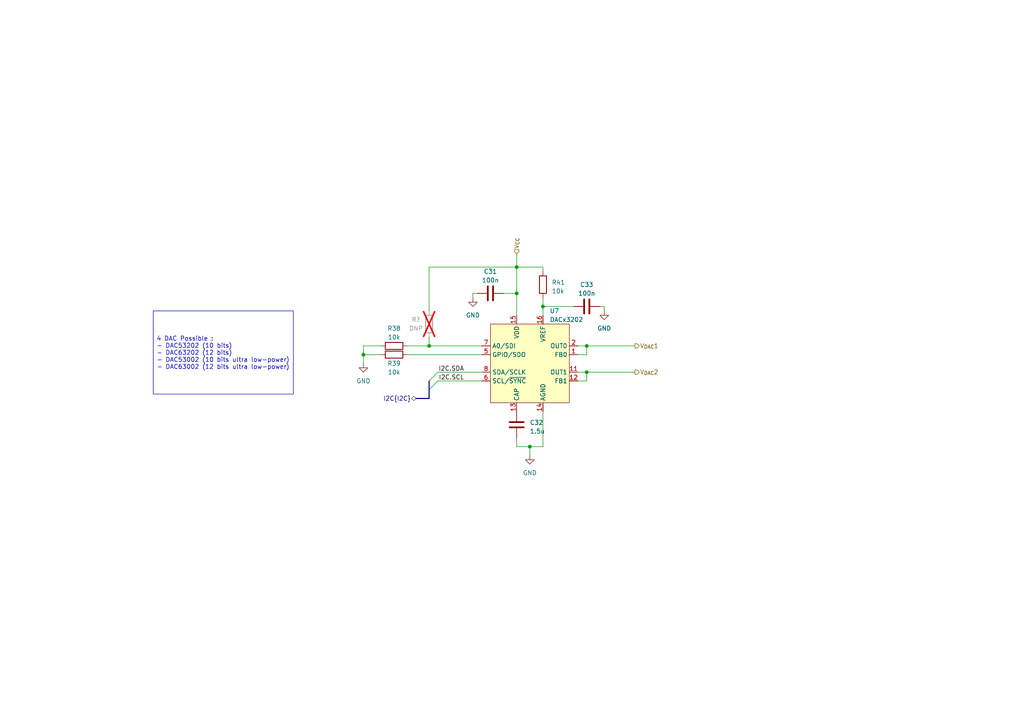
<source format=kicad_sch>
(kicad_sch (version 20230121) (generator eeschema)
  (paper "A4")
  (lib_symbols
    (symbol "Device:C" (pin_numbers hide) (pin_names (offset 0.254))
      (property "Reference" "C" (at 0.635 2.54 0))
      (property "Value" "C" (at 0.635 -2.54 0))
      (symbol "C_0_1"
        (polyline (pts (xy -2.032 -0.762) (xy 2.032 -0.762)) (stroke (width 0.508)))
        (polyline (pts (xy -2.032 0.762) (xy 2.032 0.762)) (stroke (width 0.508)))
      )
      (symbol "C_1_1"
        (pin passive line (at 0 3.81 270) (length 2.794) (name "~") (number "1"))
        (pin passive line (at 0 -3.81 90) (length 2.794) (name "~") (number "2"))
      )
    )
    (symbol "Device:R" (pin_numbers hide) (pin_names (offset 0))
      (property "Reference" "R" (at 2.032 0 90))
      (property "Value" "R" (at 0 0 90))
      (symbol "R_0_1"
        (rectangle (start -1.016 -2.54) (end 1.016 2.54) (stroke (width 0.254)))
      )
      (symbol "R_1_1"
        (pin passive line (at 0 3.81 270) (length 1.27) (name "~") (number "1"))
        (pin passive line (at 0 -3.81 90) (length 1.27) (name "~") (number "2"))
      )
    )
    (symbol "TattooSupplyLib:DACx3202"
      (property "Reference" "U" (at 0 29.21 0))
      (property "Value" "DACx3202" (at 0 26.67 0))
      (symbol "DACx3202_0_0"
        (pin input line (at 13.97 2.54 180) (length 2.54) (name "FB0") (number "1"))
        (pin output line (at 13.97 -2.54 180) (length 2.54) (name "OUT1") (number "11"))
        (pin input line (at 13.97 -5.08 180) (length 2.54) (name "FB1") (number "12"))
        (pin power_out line (at -3.81 -13.97 90) (length 2.54) (name "CAP") (number "13"))
        (pin power_in line (at 3.81 -13.97 90) (length 2.54) (name "AGND") (number "14"))
        (pin power_in line (at -3.81 13.97 270) (length 2.54) (name "VDD") (number "15"))
        (pin input line (at 3.81 13.97 270) (length 2.54) (name "VREF") (number "16"))
        (pin power_in line (at 3.81 -13.97 90) (length 2.54) hide (name "AGND") (number "17"))
        (pin output line (at 13.97 5.08 180) (length 2.54) (name "OUT0") (number "2"))
        (pin bidirectional line (at -13.97 2.54 0) (length 2.54) (name "GPIO/SDO") (number "5"))
        (pin bidirectional line (at -13.97 -5.08 0) (length 2.54) (name "SCL/~{SYNC}") (number "6"))
        (pin input line (at -13.97 5.08 0) (length 2.54) (name "A0/SDI") (number "7"))
        (pin input line (at -13.97 -2.54 0) (length 2.54) (name "SDA/SCLK") (number "8"))
      )
      (symbol "DACx3202_0_1"
        (rectangle (start -11.43 11.43) (end 11.43 -11.43) (fill (type background)))
      )
    )
    (symbol "power:GND" (power) (pin_names (offset 0))
      (property "Value" "GND" (at 0 -3.81 0))
      (symbol "GND_0_1"
        (polyline (pts (xy 0 0) (xy 0 -1.27) (xy 1.27 -1.27) (xy 0 -2.54) (xy -1.27 -1.27) (xy 0 -1.27)))
      )
      (symbol "GND_1_1"
        (pin power_in line (at 0 0 270) (length 0) hide (name "GND") (number "1"))
      )
    )
  )
  (junction (at 170.18 100.33))
  (junction (at 170.18 107.95))
  (junction (at 153.67 129.54))
  (junction (at 149.86 85.09))
  (junction (at 157.48 88.9))
  (junction (at 105.41 102.87))
  (junction (at 149.86 77.47))
  (junction (at 124.46 100.33))
  (bus_entry (at 124.46 113.03) (size 2.54 -2.54))
  (bus_entry (at 124.46 110.49) (size 2.54 -2.54))
  (wire (pts (xy 149.86 85.09) (xy 149.86 91.44)))
  (wire (pts (xy 118.11 100.33) (xy 124.46 100.33)))
  (wire (pts (xy 124.46 100.33) (xy 139.7 100.33)))
  (bus (pts (xy 124.46 110.49) (xy 124.46 113.03)))
  (wire (pts (xy 124.46 90.17) (xy 124.46 77.47)))
  (wire (pts (xy 127 110.49) (xy 139.7 110.49)))
  (wire (pts (xy 157.48 88.9) (xy 157.48 91.44)))
  (bus (pts (xy 124.46 113.03) (xy 124.46 115.57)))
  (wire (pts (xy 124.46 77.47) (xy 149.86 77.47)))
  (wire (pts (xy 149.86 77.47) (xy 149.86 85.09)))
  (wire (pts (xy 157.48 77.47) (xy 149.86 77.47)))
  (wire (pts (xy 137.16 86.36) (xy 137.16 85.09)))
  (wire (pts (xy 170.18 100.33) (xy 184.15 100.33)))
  (wire (pts (xy 149.86 73.66) (xy 149.86 77.47)))
  (wire (pts (xy 167.64 102.87) (xy 170.18 102.87)))
  (wire (pts (xy 153.67 129.54) (xy 153.67 132.08)))
  (wire (pts (xy 175.26 88.9) (xy 175.26 90.17)))
  (wire (pts (xy 137.16 85.09) (xy 138.43 85.09)))
  (wire (pts (xy 146.05 85.09) (xy 149.86 85.09)))
  (wire (pts (xy 105.41 102.87) (xy 110.49 102.87)))
  (wire (pts (xy 149.86 129.54) (xy 153.67 129.54)))
  (wire (pts (xy 167.64 100.33) (xy 170.18 100.33)))
  (wire (pts (xy 105.41 105.41) (xy 105.41 102.87)))
  (wire (pts (xy 118.11 102.87) (xy 139.7 102.87)))
  (wire (pts (xy 170.18 110.49) (xy 170.18 107.95)))
  (wire (pts (xy 149.86 127) (xy 149.86 129.54)))
  (wire (pts (xy 157.48 119.38) (xy 157.48 129.54)))
  (wire (pts (xy 127 107.95) (xy 139.7 107.95)))
  (wire (pts (xy 170.18 107.95) (xy 184.15 107.95)))
  (wire (pts (xy 105.41 100.33) (xy 110.49 100.33)))
  (wire (pts (xy 124.46 97.79) (xy 124.46 100.33)))
  (wire (pts (xy 105.41 102.87) (xy 105.41 100.33)))
  (wire (pts (xy 167.64 110.49) (xy 170.18 110.49)))
  (wire (pts (xy 173.99 88.9) (xy 175.26 88.9)))
  (bus (pts (xy 120.65 115.57) (xy 124.46 115.57)))
  (wire (pts (xy 157.48 78.74) (xy 157.48 77.47)))
  (wire (pts (xy 170.18 102.87) (xy 170.18 100.33)))
  (wire (pts (xy 167.64 107.95) (xy 170.18 107.95)))
  (wire (pts (xy 153.67 129.54) (xy 157.48 129.54)))
  (wire (pts (xy 157.48 88.9) (xy 166.37 88.9)))
  (wire (pts (xy 157.48 86.36) (xy 157.48 88.9)))
  (text_box "4 DAC Possible :\n- DAC53202 (10 bits)\n- DAC63202 (12 bits)\n- DAC53002 (10 bits ultra low-power)\n- DAC63002 (12 bits ultra low-power)" (at 44.45 90.17 0) (size 40.64 24.13) (effects (font (size 1.27 1.27)) (justify left)))
  (label "I2C.SCL" (at 134.62 110.49 180))
  (label "I2C.SDA" (at 134.62 107.95 180))
  (hierarchical_label "V_{DAC}2" (shape output) (at 184.15 107.95 0))
  (hierarchical_label "V_{CC}" (shape input) (at 149.86 73.66 90))
  (hierarchical_label "I2C{I2C}" (shape bidirectional) (at 120.65 115.57 180))
  (hierarchical_label "V_{DAC}1" (shape output) (at 184.15 100.33 0))
  (symbol (lib_id "power:GND") (at 137.16 86.36 0) (unit 1)
    (property "Reference" "#PWR065" (effects hide))
    (property "Value" "GND" (at 137.16 91.44 0))
  )
  (symbol (lib_id "Device:R") (at 114.3 102.87 90) (unit 1)
    (property "Reference" "R39" (at 114.3 105.41 90))
    (property "Value" "10k" (at 114.3 107.95 90))
    (property "Footprint" "Resistor_SMD:R_0603_1608Metric" (effects hide))
    (property "MPN" "ERJ-3EKF1002V" (effects hide))
    (property "Manufacturer" "Panasonic" (effects hide))
  )
  (symbol (lib_id "Device:R") (at 124.46 93.98 180) (unit 1) (dnp yes)
    (property "Reference" "R?" (at 120.65 92.71 0))
    (property "Value" "DNP" (at 120.65 95.25 0))
    (property "Footprint" "Resistor_SMD:R_0603_1608Metric" (effects hide))
    (instances (project "Tattoo_Supply" (path "" (reference "R?") (unit 1)) (path "" (reference "R40") (unit 1))))
  )
  (symbol (lib_id "Device:R") (at 114.3 100.33 270) (unit 1)
    (property "Reference" "R38" (at 114.3 95.25 90))
    (property "Value" "10k" (at 114.3 97.79 90))
    (property "Footprint" "Resistor_SMD:R_0603_1608Metric" (effects hide))
    (property "MPN" "ERJ-3EKF1002V" (effects hide))
    (property "Manufacturer" "Panasonic" (effects hide))
  )
  (symbol (lib_id "Device:C") (at 142.24 85.09 90) (unit 1)
    (property "Reference" "C31" (at 142.24 78.74 90))
    (property "Value" "100n" (at 142.24 81.28 90))
    (property "Footprint" "Capacitor_SMD:C_0603_1608Metric" (effects hide))
    (property "MPN" "CGA3E2X7R1H104M080AA " (effects hide))
    (property "Manufacturer" "TDK" (effects hide))
  )
  (symbol (lib_id "power:GND") (at 105.41 105.41 0) (unit 1)
    (property "Reference" "#PWR064" (effects hide))
    (property "Value" "GND" (at 105.41 110.49 0))
  )
  (symbol (lib_id "Device:C") (at 149.86 123.19 0) (unit 1)
    (property "Reference" "C32" (at 153.67 122.555 0) (effects (justify left)))
    (property "Value" "1.5u" (at 153.67 125.095 0) (effects (justify left)))
    (property "Footprint" "Capacitor_SMD:C_0603_1608Metric" (effects hide))
    (property "MPN" "C1608X7R1A155K080AC" (effects hide))
    (property "Manufacturer" "TDK" (effects hide))
  )
  (symbol (lib_id "power:GND") (at 175.26 90.17 0) (unit 1)
    (property "Reference" "#PWR067" (effects hide))
    (property "Value" "GND" (at 175.26 95.25 0))
  )
  (symbol (lib_id "Device:R") (at 157.48 82.55 180) (unit 1)
    (property "Reference" "R41" (at 160.02 81.915 0) (effects (justify right)))
    (property "Value" "10k" (at 160.02 84.455 0) (effects (justify right)))
    (property "Footprint" "Resistor_SMD:R_0603_1608Metric" (effects hide))
    (property "MPN" "ERJ-3EKF1002V" (effects hide))
    (property "Manufacturer" "Panasonic" (effects hide))
  )
  (symbol (lib_id "TattooSupplyLib:DACx3202") (at 153.67 105.41 0) (unit 1)
    (property "Reference" "U7" (at 159.4359 90.17 0) (effects (justify left)))
    (property "Value" "DACx3202" (at 159.4359 92.71 0) (effects (justify left)))
    (property "Footprint" "Package_DFN_QFN:WQFN-16-1EP_3x3mm_P0.5mm_EP1.68x1.68mm" (effects hide))
    (property "MPN" "DAC63202RTER" (effects hide))
    (property "Manufacturer" "Texas Instruments" (effects hide))
  )
  (symbol (lib_id "power:GND") (at 153.67 132.08 0) (unit 1)
    (property "Reference" "#PWR066" (effects hide))
    (property "Value" "GND" (at 153.67 137.16 0))
  )
  (symbol (lib_id "Device:C") (at 170.18 88.9 90) (unit 1)
    (property "Reference" "C33" (at 170.18 82.55 90))
    (property "Value" "100n" (at 170.18 85.09 90))
    (property "Footprint" "Capacitor_SMD:C_0603_1608Metric" (effects hide))
    (property "MPN" "CGA3E2X7R1H104M080AA " (effects hide))
    (property "Manufacturer" "TDK" (effects hide))
  )
)
</source>
